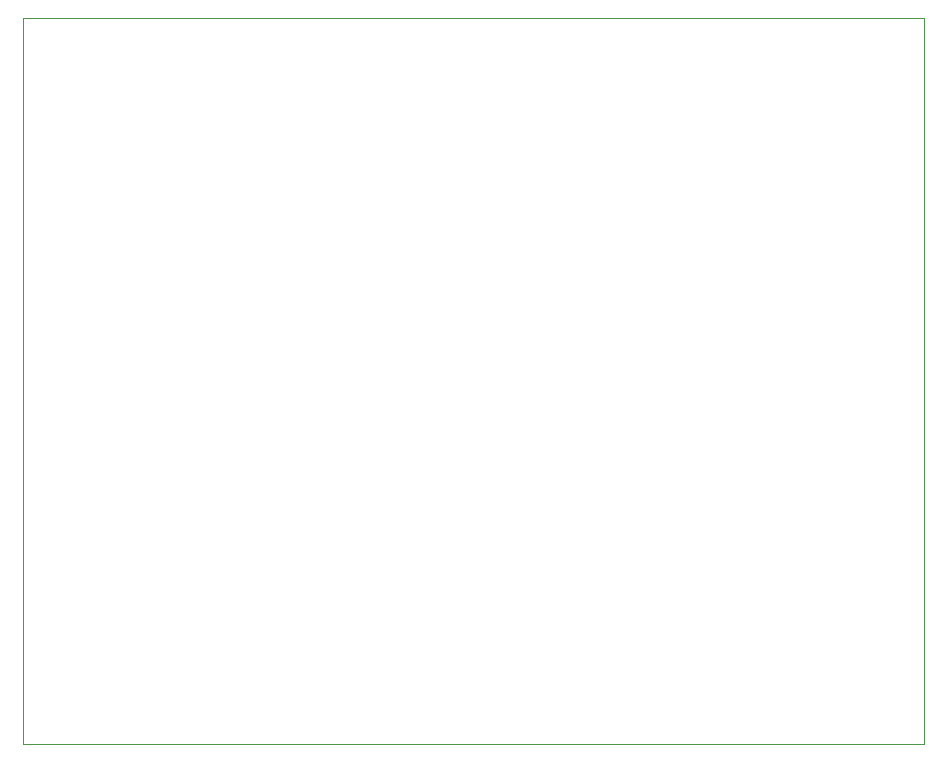
<source format=gbr>
%TF.GenerationSoftware,KiCad,Pcbnew,9.0.2*%
%TF.CreationDate,2025-06-17T10:19:04+02:00*%
%TF.ProjectId,AMS_IMD_Reset_v3,414d535f-494d-4445-9f52-657365745f76,rev?*%
%TF.SameCoordinates,Original*%
%TF.FileFunction,Profile,NP*%
%FSLAX46Y46*%
G04 Gerber Fmt 4.6, Leading zero omitted, Abs format (unit mm)*
G04 Created by KiCad (PCBNEW 9.0.2) date 2025-06-17 10:19:04*
%MOMM*%
%LPD*%
G01*
G04 APERTURE LIST*
%TA.AperFunction,Profile*%
%ADD10C,0.100000*%
%TD*%
G04 APERTURE END LIST*
D10*
X156691800Y-68751200D02*
X233000000Y-68751200D01*
X233000000Y-130208800D01*
X156691800Y-130208800D01*
X156691800Y-68751200D01*
M02*

</source>
